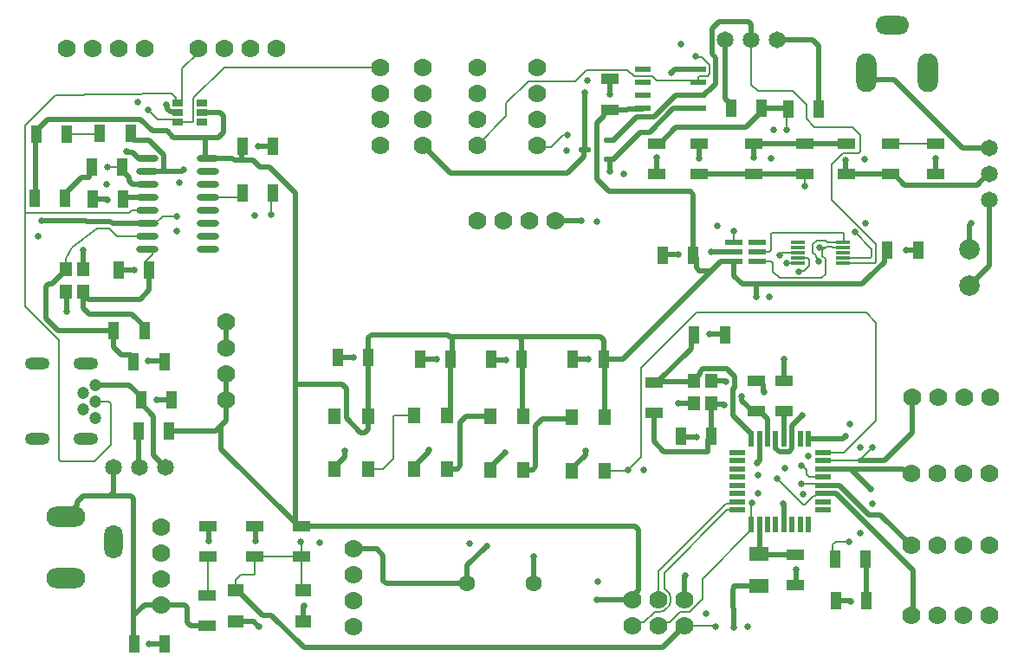
<source format=gtl>
G04*
G04 #@! TF.GenerationSoftware,Altium Limited,Altium Designer,23.1.1 (15)*
G04*
G04 Layer_Physical_Order=1*
G04 Layer_Color=255*
%FSLAX44Y44*%
%MOMM*%
G71*
G04*
G04 #@! TF.SameCoordinates,32E53F4C-9CDF-4151-867A-B185B0D7BA91*
G04*
G04*
G04 #@! TF.FilePolarity,Positive*
G04*
G01*
G75*
%ADD13C,0.1524*%
%ADD21R,1.1176X1.8034*%
%ADD22O,2.2000X0.6096*%
%ADD23R,1.1999X1.3998*%
%ADD24R,1.0000X0.7000*%
%ADD25R,1.8034X1.1176*%
%ADD26R,1.5500X0.6000*%
G04:AMPARAMS|DCode=27|XSize=1.61mm|YSize=0.59mm|CornerRadius=0.0738mm|HoleSize=0mm|Usage=FLASHONLY|Rotation=0.000|XOffset=0mm|YOffset=0mm|HoleType=Round|Shape=RoundedRectangle|*
%AMROUNDEDRECTD27*
21,1,1.6100,0.4425,0,0,0.0*
21,1,1.4625,0.5900,0,0,0.0*
1,1,0.1475,0.7313,-0.2213*
1,1,0.1475,-0.7313,-0.2213*
1,1,0.1475,-0.7313,0.2213*
1,1,0.1475,0.7313,0.2213*
%
%ADD27ROUNDEDRECTD27*%
G04:AMPARAMS|DCode=28|XSize=1.21mm|YSize=0.59mm|CornerRadius=0.1475mm|HoleSize=0mm|Usage=FLASHONLY|Rotation=180.000|XOffset=0mm|YOffset=0mm|HoleType=Round|Shape=RoundedRectangle|*
%AMROUNDEDRECTD28*
21,1,1.2100,0.2950,0,0,180.0*
21,1,0.9150,0.5900,0,0,180.0*
1,1,0.2950,-0.4575,0.1475*
1,1,0.2950,0.4575,0.1475*
1,1,0.2950,0.4575,-0.1475*
1,1,0.2950,-0.4575,-0.1475*
%
%ADD28ROUNDEDRECTD28*%
%ADD29R,1.5500X0.5080*%
%ADD30R,0.5080X1.5500*%
%ADD31R,1.4700X0.3000*%
%ADD32R,1.4500X0.3000*%
%ADD33R,1.5000X1.2000*%
%ADD34R,1.8542X1.3716*%
%ADD35R,1.2065X1.6500*%
%ADD61C,0.5080*%
%ADD62O,2.4000X1.2000*%
%ADD63C,1.2000*%
%ADD64C,1.7780*%
%ADD65O,1.8000X3.3000*%
%ADD66O,3.8000X2.0000*%
%ADD67C,1.6000*%
%ADD68C,1.6500*%
%ADD69O,2.0000X3.8000*%
%ADD70O,3.3000X1.8000*%
%ADD71C,2.0000*%
%ADD72C,0.6350*%
D13*
X629072Y49367D02*
G03*
X637367Y50290I2880J11847D01*
G01*
X637816Y71966D02*
X637817Y71966D01*
X637367Y50290D02*
G03*
X637958Y71824I-5415J10924D01*
G01*
X628895Y49367D02*
X628894D01*
X483154Y546654D02*
X504952Y568452D01*
X550686D01*
X561608Y579374D01*
X483154Y533954D02*
Y546654D01*
X177375Y551730D02*
X207305Y581660D01*
X359918D01*
X813290Y204960D02*
X844550Y236220D01*
X792570Y204960D02*
X813290D01*
X844550Y236220D02*
Y332232D01*
X787360Y165082D02*
X792570D01*
X785074Y162796D02*
X787360Y165082D01*
X783452Y162796D02*
X785074D01*
X774834Y154178D02*
X783452Y162796D01*
X772922Y154178D02*
X774834D01*
X748030Y179070D02*
X772922Y154178D01*
X12954Y347856D02*
Y439420D01*
Y347856D02*
X45720Y315090D01*
X12954Y439420D02*
X114779D01*
X191770Y454660D02*
X221488D01*
X137414Y399034D02*
Y401748D01*
X134366Y383540D02*
Y386969D01*
X132334Y403860D02*
X135302D01*
X137414Y401748D01*
X129858Y391478D02*
X137414Y399034D01*
X129858Y391478D02*
X134366Y386969D01*
X147144Y436118D02*
X161036D01*
X140286Y429260D02*
X147144Y436118D01*
X132334Y429260D02*
X140286D01*
X102465Y416560D02*
X132334D01*
X114779Y439420D02*
X117319Y441960D01*
X132334D01*
X95099Y423926D02*
X102465Y416560D01*
X83582Y423926D02*
X95099D01*
X58845Y405661D02*
X83582Y423926D01*
X58753Y405593D02*
X58845Y405661D01*
X52959Y394371D02*
X58500Y405340D01*
X52959Y384382D02*
Y394371D01*
X221488Y454660D02*
X225298Y458470D01*
X282956Y116840D02*
X283210Y116586D01*
X282956Y116840D02*
Y117094D01*
X282194Y117856D02*
X282956Y117094D01*
X218968Y69864D02*
X220468D01*
X283210Y102870D02*
Y116586D01*
X155733Y556225D02*
X160203Y551755D01*
X42290Y554578D02*
X155080Y556225D01*
X160203Y548711D02*
X162052Y546862D01*
X155080Y556225D02*
X155733D01*
X160203Y548711D02*
Y551755D01*
X12954Y525243D02*
X42290Y554578D01*
X142540Y530560D02*
X159354D01*
X162052Y527862D01*
X133350Y539750D02*
X142540Y530560D01*
X166290Y580564D02*
X181864Y596138D01*
X166290Y549600D02*
Y580564D01*
X163552Y546862D02*
X166290Y549600D01*
X162052Y546862D02*
X163552D01*
X177375Y528755D02*
Y551730D01*
X176482Y527862D02*
X177375Y528755D01*
X162052Y527862D02*
X176482D01*
X12954Y439420D02*
Y525243D01*
X81599Y255071D02*
X94179D01*
X96520Y252730D01*
Y212090D02*
Y252730D01*
X80641Y196211D02*
X96520Y212090D01*
X45720Y198120D02*
X47629Y196211D01*
X80641D01*
X45720Y198120D02*
Y315090D01*
X107823Y483997D02*
X107950Y483870D01*
X93345Y483997D02*
X107823D01*
X191770Y66802D02*
Y103124D01*
X190500Y65532D02*
X191770Y66802D01*
X795004Y379337D02*
Y394462D01*
X792099Y397367D02*
X795004Y394462D01*
X812250Y405558D02*
X812448Y405360D01*
X791206Y375539D02*
X795004Y379337D01*
X788527Y391779D02*
Y393085D01*
X785667Y395946D02*
X788527Y393085D01*
X785667Y395946D02*
Y397719D01*
X795399Y412369D02*
X797177Y410591D01*
X741934Y418969D02*
X742827Y419862D01*
X812161D02*
X813054Y418969D01*
X801243Y452263D02*
X844550Y408956D01*
X741934Y403098D02*
Y418969D01*
X844550Y391485D02*
Y408956D01*
X812448Y410558D02*
X813054Y411164D01*
Y418969D01*
X789432Y405892D02*
X795258D01*
X742827Y419862D02*
X812161D01*
X786749Y412369D02*
X795399D01*
X812482Y390592D02*
X843657D01*
X823976Y420370D02*
X840232Y404114D01*
X782955Y408575D02*
X786749Y412369D01*
X843657Y390592D02*
X844550Y391485D01*
X840232Y396649D02*
Y404114D01*
X801243Y452263D02*
Y486553D01*
X812403Y497713D01*
X839339Y395756D02*
X840232Y396649D01*
X812646Y395756D02*
X839339D01*
X812448Y395558D02*
X812646Y395756D01*
X792099Y402733D02*
X795258Y405892D01*
X802228Y405558D02*
X812250D01*
X797177Y410591D02*
X802942D01*
X801259Y406527D02*
X802228Y405558D01*
X802942Y410591D02*
X802975Y410558D01*
X792099Y397367D02*
Y402733D01*
X795258Y405892D02*
X795893Y406527D01*
X801259D01*
X802975Y410558D02*
X812448D01*
X782955Y400431D02*
X785667Y397719D01*
X750066Y375539D02*
X791206D01*
X782955Y400431D02*
Y408575D01*
X812403Y497713D02*
X827350D01*
X829437Y499800D01*
Y515184D01*
X821270Y523351D02*
X829437Y515184D01*
X774954Y465328D02*
Y477266D01*
X774700Y477520D02*
X774954Y477266D01*
X750914Y398272D02*
X753200Y400558D01*
X538480Y515366D02*
X542544D01*
X526542Y503428D02*
X538480Y515366D01*
X513588Y503428D02*
X526542D01*
X791536Y173990D02*
X792570Y172956D01*
X771398Y173990D02*
X791536D01*
X771219Y192024D02*
X772450D01*
X775562Y189130D02*
X776639Y188053D01*
X772450Y192024D02*
X775344Y189130D01*
X775562D01*
X776639Y183548D02*
Y188053D01*
Y183548D02*
X779103Y181084D01*
X792570D01*
X669319Y341884D02*
X834898D01*
X615061Y287626D02*
X669319Y341884D01*
X834898D02*
X844550Y332232D01*
X615061Y200533D02*
Y287626D01*
X674751Y61371D02*
Y81441D01*
X722630Y129320D01*
Y134530D02*
Y155448D01*
Y129320D02*
Y134530D01*
X602234Y187706D02*
X615061Y200533D01*
X792570Y197086D02*
X828530D01*
X840994Y209550D01*
X579501Y187360D02*
X601888D01*
X657733Y35433D02*
X686943D01*
X687324Y35052D01*
X657352Y35814D02*
X657733Y35433D01*
X805434Y117856D02*
X817880D01*
X722630Y155448D02*
X722884Y155702D01*
X802386Y102362D02*
X804418Y100330D01*
X802386Y102362D02*
Y114808D01*
X805434Y117856D01*
X757428Y520954D02*
Y539750D01*
X758698Y541020D01*
X784550Y523351D02*
X821270D01*
X776383Y531518D02*
Y545124D01*
X722630Y564824D02*
Y608330D01*
Y564824D02*
X728971Y558483D01*
X763025D01*
X776383Y545124D01*
Y531518D02*
X784550Y523351D01*
X741782Y391820D02*
X743712Y389890D01*
Y381893D02*
X750066Y375539D01*
X743712Y381893D02*
Y389890D01*
X740156Y401320D02*
X741934Y403098D01*
X779100Y387690D02*
Y393426D01*
X769243Y382655D02*
X774065D01*
X768448Y395558D02*
X768646Y395360D01*
X777166D01*
X779100Y393426D01*
X774065Y382655D02*
X779100Y387690D01*
X768604Y382016D02*
X769243Y382655D01*
X728512Y401320D02*
X740156D01*
X728512Y391820D02*
X741782D01*
X757080Y390558D02*
X768448D01*
X756834Y390312D02*
X757080Y390558D01*
X756782Y390312D02*
X756834D01*
X753200Y400558D02*
X768448D01*
X705104Y411328D02*
X705612Y410820D01*
X705104Y411328D02*
Y421386D01*
X673989Y591949D02*
X681942Y583996D01*
X668907Y591949D02*
X673989D01*
X681942Y575260D02*
Y583996D01*
X670890Y566928D02*
Y572214D01*
X672002Y573326D01*
X668528Y592328D02*
X668907Y591949D01*
X672002Y573326D02*
X680008D01*
X681942Y575260D01*
X253746Y437642D02*
Y455422D01*
X637370Y72412D02*
X637816Y71966D01*
X698980Y149080D02*
X708570D01*
X637817Y71966D02*
X637958Y71824D01*
X637370Y72412D02*
Y87470D01*
X698980Y149080D01*
X372872Y240245D02*
X373765Y241138D01*
X372872Y199136D02*
Y240245D01*
X373765Y241138D02*
X392811D01*
X362366Y188630D02*
X372872Y199136D01*
X347853Y188630D02*
X362366D01*
X601724Y579374D02*
X607868Y573230D01*
X630072Y569166D02*
X668652D01*
X670890Y566928D01*
X607868Y573230D02*
X626008D01*
X630072Y569166D01*
X561608Y579374D02*
X601724D01*
X454660Y505460D02*
X483154Y533954D01*
X858520Y507492D02*
X902970D01*
X218968Y69864D02*
Y80538D01*
X283210Y71622D02*
Y102870D01*
Y71622D02*
X284968Y69864D01*
X617728Y38832D02*
X628263Y49367D01*
X628895D02*
X629072D01*
X628263D02*
X628894D01*
X609570Y38832D02*
X617728D01*
X631952Y61214D02*
Y89059D01*
X698069Y155176D01*
X706792D01*
X662402Y49022D02*
X674751Y61371D01*
X653318Y49022D02*
X662402D01*
X606552Y35814D02*
X609570Y38832D01*
X706792Y155176D02*
X708570Y156954D01*
X643128Y38832D02*
X653318Y49022D01*
X634970Y38832D02*
X643128D01*
X631952Y35814D02*
X634970Y38832D01*
X85852Y516636D02*
X86106Y516890D01*
X53594Y516636D02*
X85852D01*
X236220Y85344D02*
X237490Y86614D01*
Y102870D01*
X283210D01*
X223774Y85344D02*
X236220D01*
X218968Y80538D02*
X223774Y85344D01*
D21*
X578358Y296164D02*
D03*
X548386D02*
D03*
X498094Y295910D02*
D03*
X468122D02*
D03*
X429006Y296672D02*
D03*
X399034D02*
D03*
X318262Y297688D02*
D03*
X348234D02*
D03*
X119634Y17780D02*
D03*
X149606D02*
D03*
X155956Y256540D02*
D03*
X125984D02*
D03*
X123444Y226060D02*
D03*
X153416D02*
D03*
X129540Y324612D02*
D03*
X99568D02*
D03*
X119126Y294132D02*
D03*
X149098D02*
D03*
X134366Y383540D02*
D03*
X104394D02*
D03*
X653542Y220726D02*
D03*
X683514D02*
D03*
X696722Y320040D02*
D03*
X666750D02*
D03*
X665988Y398272D02*
D03*
X636016D02*
D03*
X805180Y59690D02*
D03*
X835152D02*
D03*
X834390Y100330D02*
D03*
X804418D02*
D03*
X855472Y403098D02*
D03*
X885444D02*
D03*
X702818Y541782D02*
D03*
X732790D02*
D03*
X758698Y541020D02*
D03*
X788670D02*
D03*
X108712Y452628D02*
D03*
X78740D02*
D03*
X77978Y483870D02*
D03*
X107950D02*
D03*
X86106Y516890D02*
D03*
X116078D02*
D03*
X53594Y516636D02*
D03*
X23622D02*
D03*
X51816Y454152D02*
D03*
X21844D02*
D03*
X255270Y458470D02*
D03*
X225298D02*
D03*
X255270Y504698D02*
D03*
X225298D02*
D03*
D22*
X132334Y492760D02*
D03*
Y480060D02*
D03*
Y467360D02*
D03*
Y454660D02*
D03*
Y441960D02*
D03*
Y429260D02*
D03*
Y416560D02*
D03*
Y403860D02*
D03*
X191770D02*
D03*
Y416560D02*
D03*
Y429260D02*
D03*
Y441960D02*
D03*
Y454660D02*
D03*
Y467360D02*
D03*
Y480060D02*
D03*
Y492760D02*
D03*
D23*
X69959Y362381D02*
D03*
Y384381D02*
D03*
X52959Y362381D02*
D03*
Y384382D02*
D03*
X666260Y274732D02*
D03*
Y252730D02*
D03*
X683260Y274730D02*
D03*
Y252730D02*
D03*
D24*
X162052Y546862D02*
D03*
Y537362D02*
D03*
Y527862D02*
D03*
X185677D02*
D03*
Y537362D02*
D03*
Y546862D02*
D03*
D25*
X584708Y540512D02*
D03*
Y570484D02*
D03*
X627380Y273812D02*
D03*
Y243840D02*
D03*
X629920Y507492D02*
D03*
Y477520D02*
D03*
X754380Y275082D02*
D03*
Y245110D02*
D03*
X727710Y275082D02*
D03*
Y245110D02*
D03*
X858520Y507492D02*
D03*
Y477520D02*
D03*
X774700Y507492D02*
D03*
Y477520D02*
D03*
X815340D02*
D03*
Y507492D02*
D03*
X671830Y477520D02*
D03*
Y507492D02*
D03*
X725170D02*
D03*
Y477520D02*
D03*
X190500Y65532D02*
D03*
Y35560D02*
D03*
X191770Y103124D02*
D03*
Y133096D02*
D03*
X283210Y132842D02*
D03*
Y102870D02*
D03*
X237490D02*
D03*
Y132842D02*
D03*
X765810Y75184D02*
D03*
Y105156D02*
D03*
X902970Y477520D02*
D03*
Y507492D02*
D03*
D26*
X616890Y579628D02*
D03*
Y566928D02*
D03*
Y554228D02*
D03*
Y541528D02*
D03*
X670890Y579628D02*
D03*
Y566928D02*
D03*
Y554228D02*
D03*
Y541528D02*
D03*
D27*
X705612Y410820D02*
D03*
Y401320D02*
D03*
Y391820D02*
D03*
X728512D02*
D03*
Y401320D02*
D03*
Y410820D02*
D03*
D28*
X584558Y491642D02*
D03*
X559458Y501142D02*
D03*
X584558Y510642D02*
D03*
D29*
X792570Y204960D02*
D03*
Y197086D02*
D03*
Y188958D02*
D03*
Y181084D02*
D03*
Y172956D02*
D03*
Y165082D02*
D03*
Y156954D02*
D03*
Y149080D02*
D03*
X708570D02*
D03*
Y156954D02*
D03*
Y165082D02*
D03*
Y172956D02*
D03*
Y181084D02*
D03*
Y188958D02*
D03*
Y197086D02*
D03*
Y204960D02*
D03*
D30*
X778510Y134530D02*
D03*
X770636D02*
D03*
X762508D02*
D03*
X754634D02*
D03*
X746506D02*
D03*
X738632D02*
D03*
X730504D02*
D03*
X722630D02*
D03*
Y218530D02*
D03*
X730504D02*
D03*
X738632D02*
D03*
X746506D02*
D03*
X754634D02*
D03*
X762508D02*
D03*
X770636D02*
D03*
X778510D02*
D03*
D31*
X812448Y410558D02*
D03*
Y405558D02*
D03*
Y400558D02*
D03*
Y395558D02*
D03*
Y390558D02*
D03*
X768448D02*
D03*
Y395558D02*
D03*
Y400558D02*
D03*
Y405558D02*
D03*
D32*
Y410558D02*
D03*
D33*
X218968Y39864D02*
D03*
X284968Y69864D02*
D03*
Y39864D02*
D03*
X218968Y69864D02*
D03*
D34*
X730250Y74168D02*
D03*
Y105410D02*
D03*
D35*
X547243Y239360D02*
D03*
Y187360D02*
D03*
X579501Y239360D02*
D03*
Y187360D02*
D03*
X315595Y240630D02*
D03*
Y188630D02*
D03*
X347853Y240630D02*
D03*
Y188630D02*
D03*
X467487Y240122D02*
D03*
Y188122D02*
D03*
X499745Y240122D02*
D03*
Y188122D02*
D03*
X392811Y241138D02*
D03*
Y189138D02*
D03*
X425069Y241138D02*
D03*
Y189138D02*
D03*
D61*
X837321Y144145D02*
X848995D01*
X808510Y172956D02*
X837321Y144145D01*
X848995D02*
X878840Y114300D01*
X792570Y172956D02*
X808510D01*
X69650Y162560D02*
X96084D01*
X63831Y156741D02*
X69650Y162560D01*
X63831Y153610D02*
Y156741D01*
X52715Y142494D02*
X63831Y153610D01*
X935990Y427646D02*
X937260Y428916D01*
Y429260D01*
X935990Y403580D02*
Y427646D01*
Y368580D02*
X955040Y387630D01*
Y452120D01*
X762508Y231449D02*
X772160Y241101D01*
Y241300D01*
X762508Y218530D02*
Y231449D01*
X754380Y275082D02*
Y295910D01*
X759278Y205700D02*
X762254Y208676D01*
X762508Y211832D02*
Y218530D01*
X762254Y211578D02*
X762508Y211832D01*
X762254Y208676D02*
Y211578D01*
X749990Y205700D02*
X759278D01*
X746506Y209184D02*
X749990Y205700D01*
X746506Y209184D02*
Y218530D01*
X753988Y154819D02*
X754634Y154174D01*
Y134530D02*
Y154174D01*
X753988Y154819D02*
Y155163D01*
X114590Y470753D02*
X117789Y467554D01*
X114590Y470753D02*
Y473801D01*
X107950Y480441D02*
X114590Y473801D01*
X107950Y480441D02*
Y483870D01*
X117789Y467554D02*
X132140D01*
X132334Y467360D01*
X75438Y473837D02*
Y481330D01*
X77978Y483870D01*
X68072Y473837D02*
X75438D01*
X51816Y457581D02*
X68072Y473837D01*
X51816Y454152D02*
Y457581D01*
X428117Y318135D02*
X495118D01*
X713795Y369697D02*
X729488D01*
X167804Y481838D02*
X168148D01*
X148414Y480060D02*
X166026D01*
X167804Y481838D01*
X118000Y498867D02*
X124107Y492760D01*
X98027Y429260D02*
X132334D01*
X73197Y431038D02*
X96249D01*
X98027Y429260D01*
X110744Y454660D02*
X132334D01*
X108712Y452628D02*
X110744Y454660D01*
X132334Y480060D02*
X148414D01*
X191770Y492760D02*
X215447D01*
X217606Y490601D01*
X224790D01*
X189230Y493229D02*
Y513334D01*
X124107Y492760D02*
X132334D01*
X189699D02*
X191770D01*
X189230Y493229D02*
X189699Y492760D01*
X72435Y431800D02*
X73197Y431038D01*
X29210Y431800D02*
X72435D01*
X112003Y498867D02*
X118000D01*
X111760Y499110D02*
X112003Y498867D01*
X560335Y206005D02*
X560578Y206248D01*
X547243Y189578D02*
X560335Y202670D01*
Y206005D01*
X399034Y296672D02*
X414782D01*
X315595Y190847D02*
X325131Y200383D01*
Y206513D01*
X325374Y206756D01*
X138354Y202006D02*
Y240742D01*
Y202006D02*
X149860Y190500D01*
X125984Y253111D02*
X138354Y240742D01*
X125984Y253111D02*
Y256540D01*
X151337Y544523D02*
Y544867D01*
Y544523D02*
X151972Y543888D01*
Y541258D02*
X154948Y538282D01*
X151972Y541258D02*
Y543888D01*
X154948Y538282D02*
X161132D01*
X162052Y537362D01*
X148844Y18034D02*
X149352Y17526D01*
X189230Y513334D02*
X201719D01*
X157988D02*
X189230D01*
X276733Y270510D02*
Y458796D01*
Y135890D02*
Y270510D01*
X278003Y271780D01*
X322381D01*
X326707Y238442D02*
Y267453D01*
X322381Y271780D02*
X326707Y267453D01*
X224790Y490601D02*
X235966D01*
X224790Y504190D02*
X225298Y504698D01*
X224790Y490601D02*
Y504190D01*
X148414Y480060D02*
Y496127D01*
X134128Y510413D02*
X148414Y496127D01*
X119126Y510413D02*
X134128D01*
X116078Y513461D02*
X119126Y510413D01*
X116078Y513461D02*
Y516890D01*
X151892Y519430D02*
X157988Y513334D01*
X125603Y530987D02*
X137160Y519430D01*
X34544Y530987D02*
X125603D01*
X137160Y519430D02*
X151892D01*
X23622Y520065D02*
X34544Y530987D01*
X141351Y256540D02*
X155956D01*
X125984D02*
Y259969D01*
X114883Y271070D02*
X125984Y259969D01*
X81599Y271070D02*
X114883D01*
X104394Y383540D02*
X119380D01*
X69905Y384435D02*
X69959Y384381D01*
X69905Y384435D02*
Y402535D01*
X69850Y402590D02*
X69905Y402535D01*
X148844Y294386D02*
X149098Y294132D01*
X119126D02*
Y297561D01*
X116078Y300609D02*
X119126Y297561D01*
X106553Y300609D02*
X116078D01*
X99187Y307975D02*
X106553Y300609D01*
X99187Y307975D02*
Y324231D01*
X204470Y231140D02*
X209550Y236220D01*
X199390Y226060D02*
X204470Y231140D01*
Y208153D02*
Y231140D01*
X209550Y307340D02*
Y332740D01*
Y256540D02*
Y281940D01*
Y236220D02*
Y256540D01*
X153416Y226060D02*
X199390D01*
X123952Y191008D02*
Y225552D01*
X123444Y226060D02*
X123952Y225552D01*
Y191008D02*
X124460Y190500D01*
X119126Y45466D02*
Y159584D01*
X116150Y162560D02*
X119126Y159584D01*
X96084Y162560D02*
X116150D01*
X99060Y165536D02*
Y190500D01*
X96084Y162560D02*
X99060Y165536D01*
X171450Y38536D02*
Y52904D01*
X174426Y35560D02*
X190500D01*
X171450Y38536D02*
X174426Y35560D01*
X146050Y55880D02*
X168474D01*
X171450Y52904D01*
X119126Y18288D02*
Y45466D01*
X129540Y55880D02*
X146050D01*
X119126Y45466D02*
X129540Y55880D01*
X530860Y431800D02*
X556260D01*
X559054Y500738D02*
X559458Y501142D01*
X543052Y478536D02*
X559054Y494538D01*
X401320Y505460D02*
X428244Y478536D01*
X543052D01*
X559054Y494538D02*
Y500738D01*
X39577Y370001D02*
X52959Y383383D01*
X35928Y370001D02*
X39577D01*
X32952Y367025D02*
X35928Y370001D01*
X32952Y336119D02*
Y367025D01*
Y336119D02*
X44841Y324231D01*
X99187D01*
X80274Y237747D02*
X81599Y239071D01*
X69959Y346492D02*
X75756Y340695D01*
X69959Y346492D02*
Y362381D01*
X129540Y324612D02*
Y328041D01*
X116886Y340695D02*
X129540Y328041D01*
X75756Y340695D02*
X116886D01*
X134366Y364236D02*
Y383540D01*
X125143Y355013D02*
X134366Y364236D01*
X75057Y355013D02*
X125143D01*
X68824Y361246D02*
X75057Y355013D01*
X99187Y324231D02*
X99568Y324612D01*
X52959Y383383D02*
Y384382D01*
X53150Y343090D02*
Y362190D01*
Y343090D02*
X53340Y342900D01*
X52959Y362381D02*
X53150Y362190D01*
X133858Y294386D02*
X148844D01*
X149352Y17526D02*
X149606Y17780D01*
X134366Y18034D02*
X148844D01*
X334010Y110490D02*
X356616D01*
X362712Y79684D02*
Y104394D01*
X365688Y76708D02*
X445020D01*
X362712Y79684D02*
X365688Y76708D01*
X356616Y110490D02*
X362712Y104394D01*
X283210Y132842D02*
X609091D01*
X612066Y70165D02*
Y129866D01*
X609091Y132842D02*
X612066Y129866D01*
X204470Y208153D02*
X276733Y135890D01*
X220468Y69864D02*
X244626Y45706D01*
X253760D02*
X285242Y14224D01*
X244626Y45706D02*
X253760D01*
X837438Y376356D02*
X837683D01*
X852424Y391097D02*
Y400050D01*
X855472Y403098D01*
X837683Y376356D02*
X852424Y391097D01*
X830779Y369697D02*
X837438Y376356D01*
X729488Y369697D02*
X830779D01*
X815086Y477774D02*
Y491236D01*
Y477774D02*
X815340Y477520D01*
X584708Y555752D02*
Y570484D01*
X559816Y554736D02*
Y557022D01*
X559458Y554378D02*
X559816Y554736D01*
X559458Y501142D02*
Y554378D01*
X750570Y398272D02*
X750914D01*
X725170Y493522D02*
Y507492D01*
X629920Y477520D02*
X630428Y478028D01*
Y493268D01*
X584454Y481584D02*
X584558Y481688D01*
X583366Y460502D02*
X663012D01*
X571500Y472368D02*
X583366Y460502D01*
X571500Y472368D02*
Y527304D01*
X584454Y480314D02*
Y481584D01*
X584558Y481688D02*
Y491642D01*
X584200Y480060D02*
X584454Y480314D01*
X584708Y540512D02*
X601345D01*
X578231Y534035D02*
Y537464D01*
X581279Y540512D02*
X584708D01*
X571500Y527304D02*
X578231Y534035D01*
X627682Y533448D02*
X648462Y554228D01*
X646538Y541528D02*
X670890D01*
X717359Y522923D02*
X732790Y538353D01*
X633349Y507492D02*
X648780Y522923D01*
X648462Y554228D02*
X670890D01*
X648780Y522923D02*
X717359D01*
X623170Y518160D02*
X646538Y541528D01*
X610464Y533448D02*
X627682D01*
X587658Y510642D02*
X610464Y533448D01*
X614176Y518160D02*
X623170D01*
X584558Y510642D02*
X587658D01*
X326707Y238442D02*
X340669Y224481D01*
X344877D01*
X347853Y227457D01*
Y240630D01*
X242661Y483906D02*
X251623D01*
X276733Y458796D01*
X235966Y490601D02*
X242661Y483906D01*
X240284Y504190D02*
X254762D01*
X255270Y504698D01*
X616430Y541068D02*
X616890Y541528D01*
X601345Y540512D02*
X601901Y541068D01*
X616430D01*
X811784Y218530D02*
X814488Y221234D01*
X814832D01*
X778510Y218530D02*
X811784D01*
X713475Y255916D02*
Y259853D01*
X724281Y245110D02*
X727710D01*
X713475Y255916D02*
X724281Y245110D01*
X713232Y260096D02*
X713475Y259853D01*
X698701Y286809D02*
X705993Y279517D01*
X704977Y241393D02*
Y267589D01*
X705993Y268605D01*
Y279517D01*
X704977Y241393D02*
X722630Y223740D01*
X694944Y252476D02*
X695960Y251460D01*
X683387Y252603D02*
X683514Y252476D01*
X694944D01*
X734187Y265357D02*
Y272034D01*
Y265357D02*
X735422Y264123D01*
Y263779D02*
Y264123D01*
X731139Y275082D02*
X734187Y272034D01*
X727710Y275082D02*
X731139D01*
X727456Y357124D02*
Y367665D01*
X729488Y369697D01*
X705517Y401415D02*
X705612Y401320D01*
X668716Y385779D02*
X671692Y382803D01*
X683793D01*
X692810Y391820D01*
X597154Y296164D02*
X683793Y382803D01*
X683419Y401415D02*
X705517D01*
X683324Y401511D02*
X683419Y401415D01*
X665988Y398272D02*
X668716Y395544D01*
X692810Y391820D02*
X705612D01*
X665988Y398272D02*
Y457526D01*
X668716Y385779D02*
Y395544D01*
X705866Y377626D02*
X713795Y369697D01*
X705866Y377626D02*
Y391566D01*
X705612Y391820D02*
X705866Y391566D01*
X874395Y403098D02*
X885444D01*
X683299Y274691D02*
X697699D01*
X683260Y274730D02*
X683299Y274691D01*
X697699D02*
X697738Y274652D01*
X754380Y223994D02*
X754634Y223740D01*
Y218530D02*
Y223740D01*
X754380Y223994D02*
Y245110D01*
X766064Y75438D02*
Y90170D01*
X730250Y105410D02*
X730504Y105664D01*
Y134530D01*
X627380Y215646D02*
Y243840D01*
X637286Y205740D02*
X680030D01*
X627380Y215646D02*
X637286Y205740D01*
X654558Y219710D02*
X668782D01*
X653542Y220726D02*
X654558Y219710D01*
X680030Y205740D02*
X680466Y206176D01*
Y217678D01*
X683514Y220726D01*
X683260Y252730D02*
X683387Y252603D01*
X730504Y197448D02*
Y218530D01*
X728218Y195162D02*
X730504Y197448D01*
X728218Y194818D02*
Y195162D01*
X722630Y218530D02*
Y223740D01*
X631269Y274272D02*
X665800D01*
X631269D02*
X663702Y306705D01*
X630809Y273812D02*
X631269Y274272D01*
X627380Y273812D02*
X630809D01*
X663702Y306705D02*
Y316992D01*
X666750Y320040D01*
X93382Y452120D02*
X93726D01*
X78740Y452628D02*
X92874D01*
X93382Y452120D01*
X828530Y197086D02*
X852660D01*
X601888Y187360D02*
X602234Y187706D01*
X705104Y74168D02*
X707318D01*
X571500Y60960D02*
X571627Y61087D01*
X606425D02*
X606552Y61214D01*
X571627Y61087D02*
X606425D01*
X704342Y53421D02*
X705612Y52151D01*
X704342Y53421D02*
Y71192D01*
X707318Y74168D01*
X730250D01*
X705612Y34036D02*
Y52151D01*
X819422Y188958D02*
X838962Y169418D01*
X792570Y188958D02*
X819422D01*
X445020Y94500D02*
X464312Y113792D01*
X445020Y76708D02*
Y94500D01*
X819422Y188958D02*
X870595D01*
X805198Y165082D02*
X880364Y89916D01*
Y47244D02*
Y89916D01*
X201719Y513334D02*
X206756Y518371D01*
X185677Y537362D02*
X203780D01*
X206756Y518371D02*
Y534386D01*
X203780Y537362D02*
X206756Y534386D01*
X680260Y558848D02*
X680744D01*
X670890Y554228D02*
X671350Y554688D01*
X683900Y619758D02*
X690760Y626618D01*
X683900Y594765D02*
X687784Y590881D01*
X683900Y594765D02*
Y619758D01*
X680744Y558848D02*
X687784Y565888D01*
Y590881D01*
X690760Y626618D02*
X719654D01*
X671350Y554688D02*
X676100D01*
X680260Y558848D01*
X657352Y83984D02*
X657860Y84492D01*
X657352Y61214D02*
Y83984D01*
X657860Y84492D02*
Y84836D01*
X578358Y296164D02*
X597154D01*
X719654Y626618D02*
X722630Y623642D01*
Y608330D02*
Y623642D01*
X495118Y318135D02*
X575128D01*
X578104Y296418D02*
X578358Y296164D01*
X578104Y296418D02*
Y315159D01*
X575128Y318135D02*
X578104Y315159D01*
X428117Y318135D02*
X430022Y316230D01*
X426212Y320040D02*
X428117Y318135D01*
X498094Y295910D02*
Y315159D01*
X495118Y318135D02*
X498094Y315159D01*
X429006Y296672D02*
X430022Y297688D01*
Y316230D01*
X348234Y297688D02*
Y317064D01*
X351210Y320040D01*
X426212D01*
X348044Y240821D02*
Y297498D01*
X347853Y240630D02*
X348044Y240821D01*
Y297498D02*
X348234Y297688D01*
X644144Y576326D02*
X644488D01*
X647790Y579628D02*
X670890D01*
X644488Y576326D02*
X647790Y579628D01*
X697230Y550799D02*
Y608330D01*
X702818Y541782D02*
Y545211D01*
X697230Y550799D02*
X702818Y545211D01*
X23622Y516636D02*
Y520065D01*
X635762Y14224D02*
X657352Y35814D01*
X240956Y35052D02*
X241300D01*
X236144Y39864D02*
X240956Y35052D01*
X218968Y39864D02*
X236144D01*
X285242Y14224D02*
X635762D01*
X276733Y135890D02*
X279781Y132842D01*
X283210D01*
X578929Y239932D02*
Y295592D01*
Y239932D02*
X579501Y239360D01*
X548894Y296672D02*
X563118D01*
X548386Y296164D02*
X548894Y296672D01*
X606552Y61214D02*
Y64651D01*
X612066Y70165D01*
X509778Y102870D02*
X509899Y102749D01*
Y76829D02*
Y102749D01*
Y76829D02*
X510020Y76708D01*
X792570Y165082D02*
X805198D01*
X518160Y237744D02*
X545627D01*
X547243Y239360D01*
X511810Y231394D02*
X518160Y237744D01*
X511810Y191098D02*
Y231394D01*
X499745Y188122D02*
X508834D01*
X511810Y191098D01*
X438150Y234442D02*
X443830Y240122D01*
X467487D01*
X438150Y192114D02*
Y234442D01*
X425069Y189138D02*
X435174D01*
X438150Y192114D01*
X425069Y243356D02*
X429006Y247292D01*
Y296672D01*
X425069Y241138D02*
Y243356D01*
X498919Y240947D02*
Y295084D01*
Y240947D02*
X499745Y240122D01*
X498094Y295910D02*
X498919Y295084D01*
X578358Y296164D02*
X578929Y295592D01*
X318770Y298196D02*
X334010D01*
X318262Y297688D02*
X318770Y298196D01*
X468122Y295910D02*
X468630Y295402D01*
X482600D01*
X663012Y460502D02*
X665988Y457526D01*
X578231Y537464D02*
X581279Y540512D01*
X587658Y491642D02*
X614176Y518160D01*
X584558Y491642D02*
X587658D01*
X872617Y466852D02*
X943264D01*
X953932Y477520D01*
X858520D02*
X861949D01*
X872617Y466852D01*
X953932Y477520D02*
X955040D01*
X841810Y570120D02*
X862131D01*
X835350Y576580D02*
X841810Y570120D01*
X862131D02*
X929331Y502920D01*
X955040D01*
X732790Y538353D02*
Y541782D01*
X629920Y507492D02*
X633349D01*
X782828Y608330D02*
X788670Y602488D01*
Y541020D02*
Y602488D01*
X748030Y608330D02*
X782828D01*
X671830Y477520D02*
X725170D01*
X774700D01*
X815340D02*
X858520D01*
X774700Y507492D02*
X815340D01*
X725170D02*
X774700D01*
X732790Y541782D02*
X757936D01*
X758698Y541020D01*
X880110Y224536D02*
Y259080D01*
X852660Y197086D02*
X880110Y224536D01*
X878840Y45720D02*
X880364Y47244D01*
X870595Y188958D02*
X875403Y184150D01*
X878840D01*
X731139Y245110D02*
X738632Y237617D01*
Y218530D02*
Y237617D01*
X727710Y245110D02*
X731139D01*
X675156Y286809D02*
X698701D01*
X672180Y283833D02*
X675156Y286809D01*
X666260Y275731D02*
X672180Y281651D01*
Y283833D01*
X666260Y274732D02*
Y275731D01*
X665800Y274272D02*
X666260Y274732D01*
X683387Y220853D02*
Y252603D01*
Y220853D02*
X683514Y220726D01*
X834771Y60071D02*
Y99949D01*
X834390Y100330D02*
X834771Y99949D01*
Y60071D02*
X835152Y59690D01*
X765683Y105283D02*
X765810Y105156D01*
X730250Y105410D02*
X730377Y105283D01*
X765683D01*
X284968Y54500D02*
X285496Y55028D01*
X284968Y39864D02*
Y54500D01*
X285496Y55028D02*
Y55372D01*
X238252Y118618D02*
Y132080D01*
X237490Y132842D02*
X238252Y132080D01*
X192278Y118364D02*
Y132588D01*
X191770Y133096D02*
X192278Y132588D01*
X895350Y576580D02*
X898205Y579435D01*
X902970Y477520D02*
Y492506D01*
X636270Y398526D02*
X651256D01*
X636016Y398272D02*
X636270Y398526D01*
X671576Y507238D02*
X671830Y507492D01*
X671576Y492760D02*
Y507238D01*
X696214Y320548D02*
X696722Y320040D01*
X681990Y320548D02*
X696214D01*
X819314Y58928D02*
X819658D01*
X805180Y59690D02*
X818552D01*
X819314Y58928D01*
X765810Y75184D02*
X766064Y75438D01*
X651002Y252730D02*
X666260D01*
X547243Y187360D02*
Y189578D01*
X482126Y204978D02*
X482346D01*
X467487Y188122D02*
Y190340D01*
X482126Y204978D01*
X392811Y191355D02*
X407173Y205718D01*
X392811Y189138D02*
Y191355D01*
X407173Y205718D02*
Y207021D01*
X407416Y207264D01*
X315595Y188630D02*
Y190847D01*
X22733Y455041D02*
Y515747D01*
X21844Y454152D02*
X22733Y455041D01*
Y515747D02*
X23622Y516636D01*
X191262Y103632D02*
X191770Y103124D01*
X189992Y66040D02*
X190500Y65532D01*
Y35560D02*
X191008Y36068D01*
X119126Y18288D02*
X119634Y17780D01*
D62*
X25082Y292470D02*
D03*
X72582D02*
D03*
Y218070D02*
D03*
X25082D02*
D03*
D63*
X81599Y239071D02*
D03*
Y255071D02*
D03*
X69562Y247072D02*
D03*
Y263072D02*
D03*
X81599Y271070D02*
D03*
D64*
X232664Y600202D02*
D03*
X258064D02*
D03*
X181864D02*
D03*
X207264D02*
D03*
X359918Y530860D02*
D03*
Y505460D02*
D03*
Y581660D02*
D03*
Y556260D02*
D03*
X401320D02*
D03*
Y581660D02*
D03*
Y505460D02*
D03*
Y530860D02*
D03*
X454660Y556260D02*
D03*
Y581660D02*
D03*
Y505460D02*
D03*
Y530860D02*
D03*
X513588Y556260D02*
D03*
Y581660D02*
D03*
Y505460D02*
D03*
Y530860D02*
D03*
X104394Y600202D02*
D03*
X129794D02*
D03*
X53594D02*
D03*
X78994D02*
D03*
X334010Y59690D02*
D03*
Y34290D02*
D03*
Y110490D02*
D03*
Y85090D02*
D03*
X505460Y431800D02*
D03*
X530860D02*
D03*
X454660D02*
D03*
X480060D02*
D03*
X146050Y81280D02*
D03*
Y55880D02*
D03*
Y132080D02*
D03*
Y106680D02*
D03*
X904240Y45720D02*
D03*
X878840D02*
D03*
X955040D02*
D03*
X929640D02*
D03*
X905510Y259080D02*
D03*
X880110D02*
D03*
X956310D02*
D03*
X930910D02*
D03*
X209550Y281940D02*
D03*
Y256540D02*
D03*
Y332740D02*
D03*
Y307340D02*
D03*
X657352Y61214D02*
D03*
Y35814D02*
D03*
X631952Y61214D02*
D03*
Y35814D02*
D03*
X606552Y61214D02*
D03*
Y35814D02*
D03*
X904240Y114300D02*
D03*
X878840D02*
D03*
X955040D02*
D03*
X929640D02*
D03*
X904240Y184150D02*
D03*
X878840D02*
D03*
X955040D02*
D03*
X929640D02*
D03*
D65*
X99215Y117494D02*
D03*
D66*
X52715Y82494D02*
D03*
Y142494D02*
D03*
D67*
X510020Y76708D02*
D03*
X445020D02*
D03*
D68*
X955040Y452120D02*
D03*
Y477520D02*
D03*
Y502920D02*
D03*
X99060Y190500D02*
D03*
X124460D02*
D03*
X149860D02*
D03*
X748030Y608330D02*
D03*
X722630D02*
D03*
X697230D02*
D03*
D69*
X835350Y576580D02*
D03*
X895350D02*
D03*
D70*
X860350Y623080D02*
D03*
D71*
X935990Y368580D02*
D03*
Y403580D02*
D03*
D72*
X840740Y154940D02*
D03*
X937260Y429260D02*
D03*
X829310Y209550D02*
D03*
X819150Y232410D02*
D03*
X778410Y201752D02*
D03*
X773430Y163830D02*
D03*
X755650Y189230D02*
D03*
X772160Y241300D02*
D03*
X754380Y295910D02*
D03*
X748030Y179070D02*
D03*
X753988Y155163D02*
D03*
X562610Y568960D02*
D03*
X654050Y604520D02*
D03*
X542290Y500380D02*
D03*
X598170Y477520D02*
D03*
X571500Y430530D02*
D03*
X689610Y426720D02*
D03*
X741680Y492760D02*
D03*
X744220Y520700D02*
D03*
X833120Y491490D02*
D03*
X834390Y429260D02*
D03*
X740410Y356870D02*
D03*
X617220Y187960D02*
D03*
X728980Y182880D02*
D03*
Y165100D02*
D03*
X829310Y125730D02*
D03*
X678180Y46990D02*
D03*
X718820Y34290D02*
D03*
X572770Y78740D02*
D03*
X447040Y115570D02*
D03*
X300990Y116840D02*
D03*
X237490Y436880D02*
D03*
X161290Y421640D02*
D03*
X25400Y416560D02*
D03*
X92710Y467360D02*
D03*
X168148Y481838D02*
D03*
X163830Y468630D02*
D03*
X123190Y547370D02*
D03*
X560578Y206248D02*
D03*
X414782Y296672D02*
D03*
X325374Y206756D02*
D03*
X282194Y117856D02*
D03*
X133350Y539750D02*
D03*
X151337Y544867D02*
D03*
X111760Y499110D02*
D03*
X93345Y483997D02*
D03*
X141351Y256540D02*
D03*
X119380Y383540D02*
D03*
X29210Y431800D02*
D03*
X69850Y402590D02*
D03*
X133350Y294640D02*
D03*
X556260Y431800D02*
D03*
X53340Y342900D02*
D03*
X134366Y18034D02*
D03*
X788527Y391779D02*
D03*
X823976Y420370D02*
D03*
X789432Y405892D02*
D03*
X815086Y491236D02*
D03*
X774954Y465328D02*
D03*
X584708Y555752D02*
D03*
X559816Y557022D02*
D03*
X750570Y398272D02*
D03*
X725170Y493522D02*
D03*
X630428Y493268D02*
D03*
X542544Y515366D02*
D03*
X584200Y480060D02*
D03*
X240284Y504190D02*
D03*
X771398Y173990D02*
D03*
X771219Y192024D02*
D03*
X814832Y221234D02*
D03*
X713232Y260096D02*
D03*
X695960Y251460D02*
D03*
X735422Y263779D02*
D03*
X727456Y357124D02*
D03*
X683324Y401511D02*
D03*
X874395Y403098D02*
D03*
X697738Y274652D02*
D03*
X766064Y90170D02*
D03*
X668782Y219710D02*
D03*
X728218Y194818D02*
D03*
X840994Y209550D02*
D03*
X602234Y187706D02*
D03*
X571500Y60960D02*
D03*
X705612Y34036D02*
D03*
X687324Y35052D02*
D03*
X838962Y169418D02*
D03*
X817880Y117856D02*
D03*
X722884Y155702D02*
D03*
X464312Y113792D02*
D03*
X161036Y436118D02*
D03*
X757428Y520954D02*
D03*
X768604Y382016D02*
D03*
X756782Y390312D02*
D03*
X705104Y421386D02*
D03*
X668528Y592328D02*
D03*
X253746Y437642D02*
D03*
X644144Y576326D02*
D03*
X241300Y35052D02*
D03*
X563118Y296672D02*
D03*
X509778Y102870D02*
D03*
X93726Y452120D02*
D03*
X657860Y84836D02*
D03*
X334010Y298196D02*
D03*
X285496Y55372D02*
D03*
X238252Y118618D02*
D03*
X192278Y118364D02*
D03*
X902970Y492506D02*
D03*
X671576Y492760D02*
D03*
X651256Y398526D02*
D03*
X681990Y320548D02*
D03*
X819658Y58928D02*
D03*
X651002Y252730D02*
D03*
X482346Y204978D02*
D03*
X407416Y207264D02*
D03*
X482600Y295402D02*
D03*
M02*

</source>
